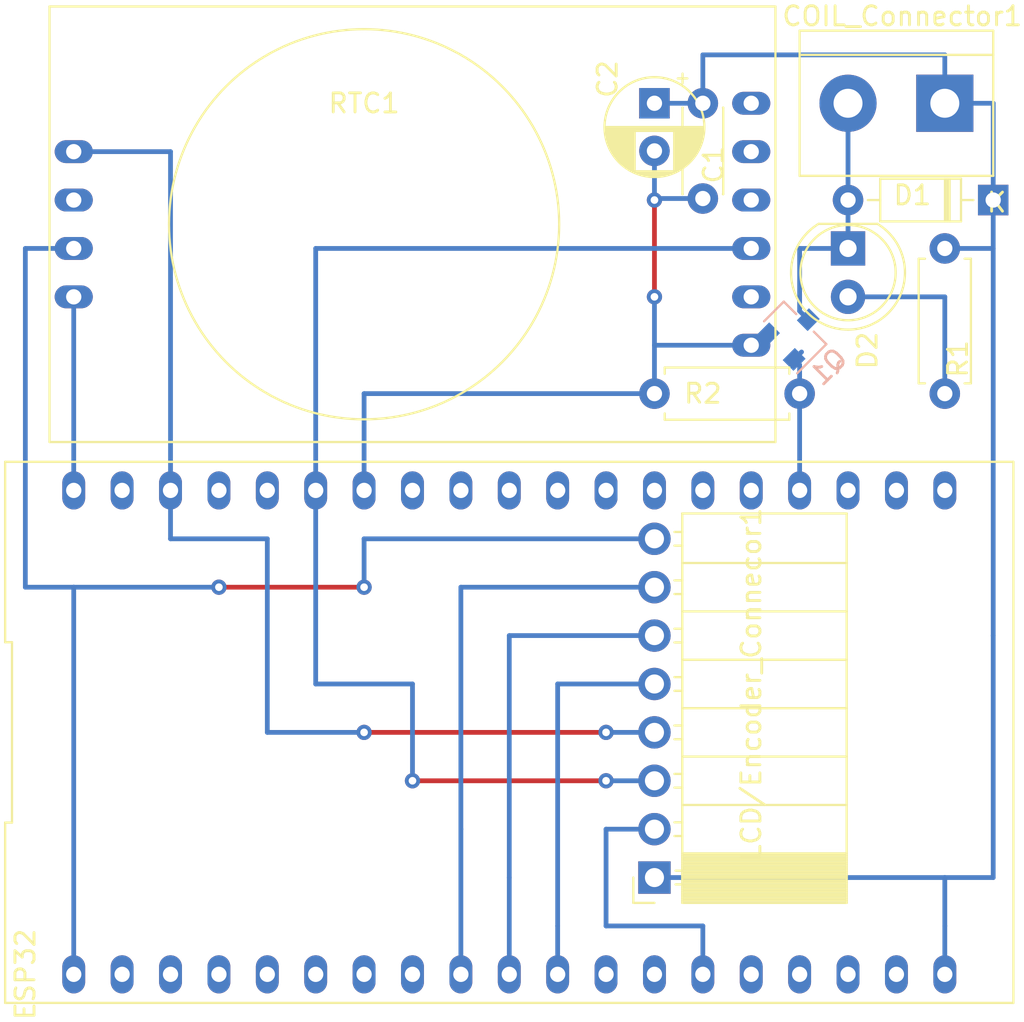
<source format=kicad_pcb>
(kicad_pcb (version 20171130) (host pcbnew "(5.1.4)-1")

  (general
    (thickness 1.6)
    (drawings 0)
    (tracks 117)
    (zones 0)
    (modules 11)
    (nets 28)
  )

  (page A4)
  (layers
    (0 F.Cu signal)
    (1 In1.Cu signal hide)
    (2 In2.Cu signal hide)
    (31 B.Cu signal)
    (32 B.Adhes user)
    (33 F.Adhes user)
    (34 B.Paste user)
    (35 F.Paste user)
    (36 B.SilkS user hide)
    (37 F.SilkS user)
    (38 B.Mask user hide)
    (39 F.Mask user hide)
    (40 Dwgs.User user)
    (41 Cmts.User user)
    (42 Eco1.User user)
    (43 Eco2.User user)
    (44 Edge.Cuts user)
    (45 Margin user hide)
    (46 B.CrtYd user)
    (47 F.CrtYd user)
    (48 B.Fab user hide)
    (49 F.Fab user hide)
  )

  (setup
    (last_trace_width 0.25)
    (trace_clearance 0.2)
    (zone_clearance 0.508)
    (zone_45_only no)
    (trace_min 0.2)
    (via_size 0.8)
    (via_drill 0.4)
    (via_min_size 0.4)
    (via_min_drill 0.3)
    (uvia_size 0.3)
    (uvia_drill 0.1)
    (uvias_allowed no)
    (uvia_min_size 0.2)
    (uvia_min_drill 0.1)
    (edge_width 0.05)
    (segment_width 0.2)
    (pcb_text_width 0.3)
    (pcb_text_size 1.5 1.5)
    (mod_edge_width 0.12)
    (mod_text_size 1 1)
    (mod_text_width 0.15)
    (pad_size 1.524 1.524)
    (pad_drill 0.762)
    (pad_to_mask_clearance 0.051)
    (solder_mask_min_width 0.25)
    (aux_axis_origin 0 0)
    (visible_elements 7FFFFFFF)
    (pcbplotparams
      (layerselection 0x010fc_ffffffff)
      (usegerberextensions false)
      (usegerberattributes false)
      (usegerberadvancedattributes false)
      (creategerberjobfile false)
      (excludeedgelayer true)
      (linewidth 0.100000)
      (plotframeref false)
      (viasonmask false)
      (mode 1)
      (useauxorigin false)
      (hpglpennumber 1)
      (hpglpenspeed 20)
      (hpglpendiameter 15.000000)
      (psnegative false)
      (psa4output false)
      (plotreference true)
      (plotvalue true)
      (plotinvisibletext false)
      (padsonsilk false)
      (subtractmaskfromsilk false)
      (outputformat 1)
      (mirror false)
      (drillshape 1)
      (scaleselection 1)
      (outputdirectory ""))
  )

  (net 0 "")
  (net 1 GND)
  (net 2 SDA)
  (net 3 SCL)
  (net 4 ENC_SW)
  (net 5 ENC_DT)
  (net 6 ENC_CLK)
  (net 7 "Net-(COIL_Connector1-Pad2)")
  (net 8 +5V)
  (net 9 "Net-(D2-Pad2)")
  (net 10 +3V3)
  (net 11 COIL)
  (net 12 "Net-(ESP32-Pad15)")
  (net 13 "Net-(ESP32-Pad24)")
  (net 14 "Net-(ESP32-Pad25)")
  (net 15 "Net-(ESP32-Pad13)")
  (net 16 "Net-(ESP32-Pad26)")
  (net 17 "Net-(ESP32-Pad12)")
  (net 18 "Net-(ESP32-Pad29)")
  (net 19 "Net-(ESP32-Pad30)")
  (net 20 "Net-(ESP32-Pad8)")
  (net 21 "Net-(ESP32-Pad31)")
  (net 22 "Net-(ESP32-Pad7)")
  (net 23 "Net-(ESP32-Pad6)")
  (net 24 "Net-(ESP32-Pad5)")
  (net 25 "Net-(ESP32-Pad37)")
  (net 26 "Net-(RTC1-Pad2)")
  (net 27 "Net-(RTC1-Pad1)")

  (net_class Default "This is the default net class."
    (clearance 0.2)
    (trace_width 0.25)
    (via_dia 0.8)
    (via_drill 0.4)
    (uvia_dia 0.3)
    (uvia_drill 0.1)
    (add_net +3V3)
    (add_net +5V)
    (add_net COIL)
    (add_net ENC_CLK)
    (add_net ENC_DT)
    (add_net ENC_SW)
    (add_net GND)
    (add_net "Net-(COIL_Connector1-Pad2)")
    (add_net "Net-(D2-Pad2)")
    (add_net "Net-(ESP32-Pad12)")
    (add_net "Net-(ESP32-Pad13)")
    (add_net "Net-(ESP32-Pad15)")
    (add_net "Net-(ESP32-Pad24)")
    (add_net "Net-(ESP32-Pad25)")
    (add_net "Net-(ESP32-Pad26)")
    (add_net "Net-(ESP32-Pad29)")
    (add_net "Net-(ESP32-Pad30)")
    (add_net "Net-(ESP32-Pad31)")
    (add_net "Net-(ESP32-Pad37)")
    (add_net "Net-(ESP32-Pad5)")
    (add_net "Net-(ESP32-Pad6)")
    (add_net "Net-(ESP32-Pad7)")
    (add_net "Net-(ESP32-Pad8)")
    (add_net "Net-(RTC1-Pad1)")
    (add_net "Net-(RTC1-Pad2)")
    (add_net SCL)
    (add_net SDA)
  )

  (module DS3231_Module_AzDelivery:DS3231_Module_AzDelivery (layer F.Cu) (tedit 5F3B7AA4) (tstamp 5F3B8070)
    (at 121.92 46.99)
    (path /5F3BA624)
    (fp_text reference RTC1 (at -2.54 -6.35) (layer F.SilkS)
      (effects (font (size 1 1) (thickness 0.15)))
    )
    (fp_text value DS3231_Module_AzDelivery (at 0 -8.89) (layer F.Fab)
      (effects (font (size 1 1) (thickness 0.15)))
    )
    (fp_circle (center -2.54 0) (end 2.54 -8.89) (layer F.SilkS) (width 0.12))
    (fp_line (start 19.05 11.43) (end 19.05 -11.43) (layer F.SilkS) (width 0.12))
    (fp_line (start -19.05 11.43) (end 19.05 11.43) (layer F.SilkS) (width 0.12))
    (fp_line (start -19.05 -11.43) (end -19.05 11.43) (layer F.SilkS) (width 0.12))
    (fp_line (start 19.05 -11.43) (end -19.05 -11.43) (layer F.SilkS) (width 0.12))
    (pad 6 thru_hole oval (at -17.78 3.81) (size 2 1.2) (drill 0.8) (layers *.Cu *.Mask)
      (net 1 GND))
    (pad 5 thru_hole oval (at -17.78 1.27) (size 2 1.2) (drill 0.8) (layers *.Cu *.Mask)
      (net 10 +3V3))
    (pad 4 thru_hole oval (at -17.78 -1.27) (size 2 1.2) (drill 0.8) (layers *.Cu *.Mask)
      (net 2 SDA))
    (pad 3 thru_hole oval (at -17.78 -3.81) (size 2 1.2) (drill 0.8) (layers *.Cu *.Mask)
      (net 3 SCL))
    (pad 6 thru_hole oval (at 17.78 6.35) (size 2 1.2) (drill 0.8) (layers *.Cu *.Mask)
      (net 1 GND))
    (pad 5 thru_hole oval (at 17.78 3.81) (size 2 1.2) (drill 0.8) (layers *.Cu *.Mask)
      (net 10 +3V3))
    (pad 4 thru_hole oval (at 17.78 1.27) (size 2 1.2) (drill 0.8) (layers *.Cu *.Mask)
      (net 2 SDA))
    (pad 3 thru_hole oval (at 17.78 -1.27) (size 2 1.2) (drill 0.8) (layers *.Cu *.Mask)
      (net 3 SCL))
    (pad 2 thru_hole oval (at 17.78 -3.81) (size 2 1.2) (drill 0.8) (layers *.Cu *.Mask)
      (net 26 "Net-(RTC1-Pad2)"))
    (pad 1 thru_hole oval (at 17.78 -6.35) (size 2 1.2) (drill 0.8) (layers *.Cu *.Mask)
      (net 27 "Net-(RTC1-Pad1)"))
  )

  (module Capacitor_THT:CP_Radial_D5.0mm_P2.50mm (layer F.Cu) (tedit 5AE50EF0) (tstamp 5F3CE72F)
    (at 134.62 40.64 270)
    (descr "CP, Radial series, Radial, pin pitch=2.50mm, , diameter=5mm, Electrolytic Capacitor")
    (tags "CP Radial series Radial pin pitch 2.50mm  diameter 5mm Electrolytic Capacitor")
    (path /5F41F4BF)
    (fp_text reference C2 (at -1.27 2.4638 90) (layer F.SilkS)
      (effects (font (size 1 1) (thickness 0.15)))
    )
    (fp_text value 100µ (at 1.25 3.75 90) (layer F.Fab)
      (effects (font (size 1 1) (thickness 0.15)))
    )
    (fp_text user %R (at 1.25 0 90) (layer F.Fab)
      (effects (font (size 1 1) (thickness 0.15)))
    )
    (fp_line (start -1.304775 -1.725) (end -1.304775 -1.225) (layer F.SilkS) (width 0.12))
    (fp_line (start -1.554775 -1.475) (end -1.054775 -1.475) (layer F.SilkS) (width 0.12))
    (fp_line (start 3.851 -0.284) (end 3.851 0.284) (layer F.SilkS) (width 0.12))
    (fp_line (start 3.811 -0.518) (end 3.811 0.518) (layer F.SilkS) (width 0.12))
    (fp_line (start 3.771 -0.677) (end 3.771 0.677) (layer F.SilkS) (width 0.12))
    (fp_line (start 3.731 -0.805) (end 3.731 0.805) (layer F.SilkS) (width 0.12))
    (fp_line (start 3.691 -0.915) (end 3.691 0.915) (layer F.SilkS) (width 0.12))
    (fp_line (start 3.651 -1.011) (end 3.651 1.011) (layer F.SilkS) (width 0.12))
    (fp_line (start 3.611 -1.098) (end 3.611 1.098) (layer F.SilkS) (width 0.12))
    (fp_line (start 3.571 -1.178) (end 3.571 1.178) (layer F.SilkS) (width 0.12))
    (fp_line (start 3.531 1.04) (end 3.531 1.251) (layer F.SilkS) (width 0.12))
    (fp_line (start 3.531 -1.251) (end 3.531 -1.04) (layer F.SilkS) (width 0.12))
    (fp_line (start 3.491 1.04) (end 3.491 1.319) (layer F.SilkS) (width 0.12))
    (fp_line (start 3.491 -1.319) (end 3.491 -1.04) (layer F.SilkS) (width 0.12))
    (fp_line (start 3.451 1.04) (end 3.451 1.383) (layer F.SilkS) (width 0.12))
    (fp_line (start 3.451 -1.383) (end 3.451 -1.04) (layer F.SilkS) (width 0.12))
    (fp_line (start 3.411 1.04) (end 3.411 1.443) (layer F.SilkS) (width 0.12))
    (fp_line (start 3.411 -1.443) (end 3.411 -1.04) (layer F.SilkS) (width 0.12))
    (fp_line (start 3.371 1.04) (end 3.371 1.5) (layer F.SilkS) (width 0.12))
    (fp_line (start 3.371 -1.5) (end 3.371 -1.04) (layer F.SilkS) (width 0.12))
    (fp_line (start 3.331 1.04) (end 3.331 1.554) (layer F.SilkS) (width 0.12))
    (fp_line (start 3.331 -1.554) (end 3.331 -1.04) (layer F.SilkS) (width 0.12))
    (fp_line (start 3.291 1.04) (end 3.291 1.605) (layer F.SilkS) (width 0.12))
    (fp_line (start 3.291 -1.605) (end 3.291 -1.04) (layer F.SilkS) (width 0.12))
    (fp_line (start 3.251 1.04) (end 3.251 1.653) (layer F.SilkS) (width 0.12))
    (fp_line (start 3.251 -1.653) (end 3.251 -1.04) (layer F.SilkS) (width 0.12))
    (fp_line (start 3.211 1.04) (end 3.211 1.699) (layer F.SilkS) (width 0.12))
    (fp_line (start 3.211 -1.699) (end 3.211 -1.04) (layer F.SilkS) (width 0.12))
    (fp_line (start 3.171 1.04) (end 3.171 1.743) (layer F.SilkS) (width 0.12))
    (fp_line (start 3.171 -1.743) (end 3.171 -1.04) (layer F.SilkS) (width 0.12))
    (fp_line (start 3.131 1.04) (end 3.131 1.785) (layer F.SilkS) (width 0.12))
    (fp_line (start 3.131 -1.785) (end 3.131 -1.04) (layer F.SilkS) (width 0.12))
    (fp_line (start 3.091 1.04) (end 3.091 1.826) (layer F.SilkS) (width 0.12))
    (fp_line (start 3.091 -1.826) (end 3.091 -1.04) (layer F.SilkS) (width 0.12))
    (fp_line (start 3.051 1.04) (end 3.051 1.864) (layer F.SilkS) (width 0.12))
    (fp_line (start 3.051 -1.864) (end 3.051 -1.04) (layer F.SilkS) (width 0.12))
    (fp_line (start 3.011 1.04) (end 3.011 1.901) (layer F.SilkS) (width 0.12))
    (fp_line (start 3.011 -1.901) (end 3.011 -1.04) (layer F.SilkS) (width 0.12))
    (fp_line (start 2.971 1.04) (end 2.971 1.937) (layer F.SilkS) (width 0.12))
    (fp_line (start 2.971 -1.937) (end 2.971 -1.04) (layer F.SilkS) (width 0.12))
    (fp_line (start 2.931 1.04) (end 2.931 1.971) (layer F.SilkS) (width 0.12))
    (fp_line (start 2.931 -1.971) (end 2.931 -1.04) (layer F.SilkS) (width 0.12))
    (fp_line (start 2.891 1.04) (end 2.891 2.004) (layer F.SilkS) (width 0.12))
    (fp_line (start 2.891 -2.004) (end 2.891 -1.04) (layer F.SilkS) (width 0.12))
    (fp_line (start 2.851 1.04) (end 2.851 2.035) (layer F.SilkS) (width 0.12))
    (fp_line (start 2.851 -2.035) (end 2.851 -1.04) (layer F.SilkS) (width 0.12))
    (fp_line (start 2.811 1.04) (end 2.811 2.065) (layer F.SilkS) (width 0.12))
    (fp_line (start 2.811 -2.065) (end 2.811 -1.04) (layer F.SilkS) (width 0.12))
    (fp_line (start 2.771 1.04) (end 2.771 2.095) (layer F.SilkS) (width 0.12))
    (fp_line (start 2.771 -2.095) (end 2.771 -1.04) (layer F.SilkS) (width 0.12))
    (fp_line (start 2.731 1.04) (end 2.731 2.122) (layer F.SilkS) (width 0.12))
    (fp_line (start 2.731 -2.122) (end 2.731 -1.04) (layer F.SilkS) (width 0.12))
    (fp_line (start 2.691 1.04) (end 2.691 2.149) (layer F.SilkS) (width 0.12))
    (fp_line (start 2.691 -2.149) (end 2.691 -1.04) (layer F.SilkS) (width 0.12))
    (fp_line (start 2.651 1.04) (end 2.651 2.175) (layer F.SilkS) (width 0.12))
    (fp_line (start 2.651 -2.175) (end 2.651 -1.04) (layer F.SilkS) (width 0.12))
    (fp_line (start 2.611 1.04) (end 2.611 2.2) (layer F.SilkS) (width 0.12))
    (fp_line (start 2.611 -2.2) (end 2.611 -1.04) (layer F.SilkS) (width 0.12))
    (fp_line (start 2.571 1.04) (end 2.571 2.224) (layer F.SilkS) (width 0.12))
    (fp_line (start 2.571 -2.224) (end 2.571 -1.04) (layer F.SilkS) (width 0.12))
    (fp_line (start 2.531 1.04) (end 2.531 2.247) (layer F.SilkS) (width 0.12))
    (fp_line (start 2.531 -2.247) (end 2.531 -1.04) (layer F.SilkS) (width 0.12))
    (fp_line (start 2.491 1.04) (end 2.491 2.268) (layer F.SilkS) (width 0.12))
    (fp_line (start 2.491 -2.268) (end 2.491 -1.04) (layer F.SilkS) (width 0.12))
    (fp_line (start 2.451 1.04) (end 2.451 2.29) (layer F.SilkS) (width 0.12))
    (fp_line (start 2.451 -2.29) (end 2.451 -1.04) (layer F.SilkS) (width 0.12))
    (fp_line (start 2.411 1.04) (end 2.411 2.31) (layer F.SilkS) (width 0.12))
    (fp_line (start 2.411 -2.31) (end 2.411 -1.04) (layer F.SilkS) (width 0.12))
    (fp_line (start 2.371 1.04) (end 2.371 2.329) (layer F.SilkS) (width 0.12))
    (fp_line (start 2.371 -2.329) (end 2.371 -1.04) (layer F.SilkS) (width 0.12))
    (fp_line (start 2.331 1.04) (end 2.331 2.348) (layer F.SilkS) (width 0.12))
    (fp_line (start 2.331 -2.348) (end 2.331 -1.04) (layer F.SilkS) (width 0.12))
    (fp_line (start 2.291 1.04) (end 2.291 2.365) (layer F.SilkS) (width 0.12))
    (fp_line (start 2.291 -2.365) (end 2.291 -1.04) (layer F.SilkS) (width 0.12))
    (fp_line (start 2.251 1.04) (end 2.251 2.382) (layer F.SilkS) (width 0.12))
    (fp_line (start 2.251 -2.382) (end 2.251 -1.04) (layer F.SilkS) (width 0.12))
    (fp_line (start 2.211 1.04) (end 2.211 2.398) (layer F.SilkS) (width 0.12))
    (fp_line (start 2.211 -2.398) (end 2.211 -1.04) (layer F.SilkS) (width 0.12))
    (fp_line (start 2.171 1.04) (end 2.171 2.414) (layer F.SilkS) (width 0.12))
    (fp_line (start 2.171 -2.414) (end 2.171 -1.04) (layer F.SilkS) (width 0.12))
    (fp_line (start 2.131 1.04) (end 2.131 2.428) (layer F.SilkS) (width 0.12))
    (fp_line (start 2.131 -2.428) (end 2.131 -1.04) (layer F.SilkS) (width 0.12))
    (fp_line (start 2.091 1.04) (end 2.091 2.442) (layer F.SilkS) (width 0.12))
    (fp_line (start 2.091 -2.442) (end 2.091 -1.04) (layer F.SilkS) (width 0.12))
    (fp_line (start 2.051 1.04) (end 2.051 2.455) (layer F.SilkS) (width 0.12))
    (fp_line (start 2.051 -2.455) (end 2.051 -1.04) (layer F.SilkS) (width 0.12))
    (fp_line (start 2.011 1.04) (end 2.011 2.468) (layer F.SilkS) (width 0.12))
    (fp_line (start 2.011 -2.468) (end 2.011 -1.04) (layer F.SilkS) (width 0.12))
    (fp_line (start 1.971 1.04) (end 1.971 2.48) (layer F.SilkS) (width 0.12))
    (fp_line (start 1.971 -2.48) (end 1.971 -1.04) (layer F.SilkS) (width 0.12))
    (fp_line (start 1.93 1.04) (end 1.93 2.491) (layer F.SilkS) (width 0.12))
    (fp_line (start 1.93 -2.491) (end 1.93 -1.04) (layer F.SilkS) (width 0.12))
    (fp_line (start 1.89 1.04) (end 1.89 2.501) (layer F.SilkS) (width 0.12))
    (fp_line (start 1.89 -2.501) (end 1.89 -1.04) (layer F.SilkS) (width 0.12))
    (fp_line (start 1.85 1.04) (end 1.85 2.511) (layer F.SilkS) (width 0.12))
    (fp_line (start 1.85 -2.511) (end 1.85 -1.04) (layer F.SilkS) (width 0.12))
    (fp_line (start 1.81 1.04) (end 1.81 2.52) (layer F.SilkS) (width 0.12))
    (fp_line (start 1.81 -2.52) (end 1.81 -1.04) (layer F.SilkS) (width 0.12))
    (fp_line (start 1.77 1.04) (end 1.77 2.528) (layer F.SilkS) (width 0.12))
    (fp_line (start 1.77 -2.528) (end 1.77 -1.04) (layer F.SilkS) (width 0.12))
    (fp_line (start 1.73 1.04) (end 1.73 2.536) (layer F.SilkS) (width 0.12))
    (fp_line (start 1.73 -2.536) (end 1.73 -1.04) (layer F.SilkS) (width 0.12))
    (fp_line (start 1.69 1.04) (end 1.69 2.543) (layer F.SilkS) (width 0.12))
    (fp_line (start 1.69 -2.543) (end 1.69 -1.04) (layer F.SilkS) (width 0.12))
    (fp_line (start 1.65 1.04) (end 1.65 2.55) (layer F.SilkS) (width 0.12))
    (fp_line (start 1.65 -2.55) (end 1.65 -1.04) (layer F.SilkS) (width 0.12))
    (fp_line (start 1.61 1.04) (end 1.61 2.556) (layer F.SilkS) (width 0.12))
    (fp_line (start 1.61 -2.556) (end 1.61 -1.04) (layer F.SilkS) (width 0.12))
    (fp_line (start 1.57 1.04) (end 1.57 2.561) (layer F.SilkS) (width 0.12))
    (fp_line (start 1.57 -2.561) (end 1.57 -1.04) (layer F.SilkS) (width 0.12))
    (fp_line (start 1.53 1.04) (end 1.53 2.565) (layer F.SilkS) (width 0.12))
    (fp_line (start 1.53 -2.565) (end 1.53 -1.04) (layer F.SilkS) (width 0.12))
    (fp_line (start 1.49 1.04) (end 1.49 2.569) (layer F.SilkS) (width 0.12))
    (fp_line (start 1.49 -2.569) (end 1.49 -1.04) (layer F.SilkS) (width 0.12))
    (fp_line (start 1.45 -2.573) (end 1.45 2.573) (layer F.SilkS) (width 0.12))
    (fp_line (start 1.41 -2.576) (end 1.41 2.576) (layer F.SilkS) (width 0.12))
    (fp_line (start 1.37 -2.578) (end 1.37 2.578) (layer F.SilkS) (width 0.12))
    (fp_line (start 1.33 -2.579) (end 1.33 2.579) (layer F.SilkS) (width 0.12))
    (fp_line (start 1.29 -2.58) (end 1.29 2.58) (layer F.SilkS) (width 0.12))
    (fp_line (start 1.25 -2.58) (end 1.25 2.58) (layer F.SilkS) (width 0.12))
    (fp_line (start -0.633605 -1.3375) (end -0.633605 -0.8375) (layer F.Fab) (width 0.1))
    (fp_line (start -0.883605 -1.0875) (end -0.383605 -1.0875) (layer F.Fab) (width 0.1))
    (fp_circle (center 1.25 0) (end 4 0) (layer F.CrtYd) (width 0.05))
    (fp_circle (center 1.25 0) (end 3.87 0) (layer F.SilkS) (width 0.12))
    (fp_circle (center 1.25 0) (end 3.75 0) (layer F.Fab) (width 0.1))
    (pad 2 thru_hole circle (at 2.5 0 270) (size 1.6 1.6) (drill 0.8) (layers *.Cu *.Mask)
      (net 1 GND))
    (pad 1 thru_hole rect (at 0 0 270) (size 1.6 1.6) (drill 0.8) (layers *.Cu *.Mask)
      (net 8 +5V))
    (model ${KISYS3DMOD}/Capacitor_THT.3dshapes/CP_Radial_D5.0mm_P2.50mm.wrl
      (at (xyz 0 0 0))
      (scale (xyz 1 1 1))
      (rotate (xyz 0 0 0))
    )
  )

  (module Capacitor_THT:C_Disc_D4.3mm_W1.9mm_P5.00mm (layer F.Cu) (tedit 5AE50EF0) (tstamp 5F3CE6AB)
    (at 137.16 40.64 270)
    (descr "C, Disc series, Radial, pin pitch=5.00mm, , diameter*width=4.3*1.9mm^2, Capacitor, http://www.vishay.com/docs/45233/krseries.pdf")
    (tags "C Disc series Radial pin pitch 5.00mm  diameter 4.3mm width 1.9mm Capacitor")
    (path /5F41EBD1)
    (fp_text reference C1 (at 3.2258 -0.5588 90) (layer F.SilkS)
      (effects (font (size 1 1) (thickness 0.15)))
    )
    (fp_text value 100n (at 2.5 2.2 90) (layer F.Fab)
      (effects (font (size 1 1) (thickness 0.15)))
    )
    (fp_text user %R (at 2.5 0 90) (layer F.Fab)
      (effects (font (size 0.86 0.86) (thickness 0.129)))
    )
    (fp_line (start 6.05 -1.2) (end -1.05 -1.2) (layer F.CrtYd) (width 0.05))
    (fp_line (start 6.05 1.2) (end 6.05 -1.2) (layer F.CrtYd) (width 0.05))
    (fp_line (start -1.05 1.2) (end 6.05 1.2) (layer F.CrtYd) (width 0.05))
    (fp_line (start -1.05 -1.2) (end -1.05 1.2) (layer F.CrtYd) (width 0.05))
    (fp_line (start 4.77 1.055) (end 4.77 1.07) (layer F.SilkS) (width 0.12))
    (fp_line (start 4.77 -1.07) (end 4.77 -1.055) (layer F.SilkS) (width 0.12))
    (fp_line (start 0.23 1.055) (end 0.23 1.07) (layer F.SilkS) (width 0.12))
    (fp_line (start 0.23 -1.07) (end 0.23 -1.055) (layer F.SilkS) (width 0.12))
    (fp_line (start 0.23 1.07) (end 4.77 1.07) (layer F.SilkS) (width 0.12))
    (fp_line (start 0.23 -1.07) (end 4.77 -1.07) (layer F.SilkS) (width 0.12))
    (fp_line (start 4.65 -0.95) (end 0.35 -0.95) (layer F.Fab) (width 0.1))
    (fp_line (start 4.65 0.95) (end 4.65 -0.95) (layer F.Fab) (width 0.1))
    (fp_line (start 0.35 0.95) (end 4.65 0.95) (layer F.Fab) (width 0.1))
    (fp_line (start 0.35 -0.95) (end 0.35 0.95) (layer F.Fab) (width 0.1))
    (pad 2 thru_hole circle (at 5 0 270) (size 1.6 1.6) (drill 0.8) (layers *.Cu *.Mask)
      (net 1 GND))
    (pad 1 thru_hole circle (at 0 0 270) (size 1.6 1.6) (drill 0.8) (layers *.Cu *.Mask)
      (net 8 +5V))
    (model ${KISYS3DMOD}/Capacitor_THT.3dshapes/C_Disc_D4.3mm_W1.9mm_P5.00mm.wrl
      (at (xyz 0 0 0))
      (scale (xyz 1 1 1))
      (rotate (xyz 0 0 0))
    )
  )

  (module Resistor_THT:R_Axial_DIN0207_L6.3mm_D2.5mm_P7.62mm_Horizontal (layer F.Cu) (tedit 5AE5139B) (tstamp 5F3C09E3)
    (at 134.62 55.88)
    (descr "Resistor, Axial_DIN0207 series, Axial, Horizontal, pin pitch=7.62mm, 0.25W = 1/4W, length*diameter=6.3*2.5mm^2, http://cdn-reichelt.de/documents/datenblatt/B400/1_4W%23YAG.pdf")
    (tags "Resistor Axial_DIN0207 series Axial Horizontal pin pitch 7.62mm 0.25W = 1/4W length 6.3mm diameter 2.5mm")
    (path /5F3C6BC7)
    (fp_text reference R2 (at 2.54 0) (layer F.SilkS)
      (effects (font (size 1 1) (thickness 0.15)))
    )
    (fp_text value 1k (at 3.81 2.37) (layer F.Fab)
      (effects (font (size 1 1) (thickness 0.15)))
    )
    (fp_text user %R (at 3.81 0) (layer F.Fab)
      (effects (font (size 1 1) (thickness 0.15)))
    )
    (fp_line (start 8.67 -1.5) (end -1.05 -1.5) (layer F.CrtYd) (width 0.05))
    (fp_line (start 8.67 1.5) (end 8.67 -1.5) (layer F.CrtYd) (width 0.05))
    (fp_line (start -1.05 1.5) (end 8.67 1.5) (layer F.CrtYd) (width 0.05))
    (fp_line (start -1.05 -1.5) (end -1.05 1.5) (layer F.CrtYd) (width 0.05))
    (fp_line (start 7.08 1.37) (end 7.08 1.04) (layer F.SilkS) (width 0.12))
    (fp_line (start 0.54 1.37) (end 7.08 1.37) (layer F.SilkS) (width 0.12))
    (fp_line (start 0.54 1.04) (end 0.54 1.37) (layer F.SilkS) (width 0.12))
    (fp_line (start 7.08 -1.37) (end 7.08 -1.04) (layer F.SilkS) (width 0.12))
    (fp_line (start 0.54 -1.37) (end 7.08 -1.37) (layer F.SilkS) (width 0.12))
    (fp_line (start 0.54 -1.04) (end 0.54 -1.37) (layer F.SilkS) (width 0.12))
    (fp_line (start 7.62 0) (end 6.96 0) (layer F.Fab) (width 0.1))
    (fp_line (start 0 0) (end 0.66 0) (layer F.Fab) (width 0.1))
    (fp_line (start 6.96 -1.25) (end 0.66 -1.25) (layer F.Fab) (width 0.1))
    (fp_line (start 6.96 1.25) (end 6.96 -1.25) (layer F.Fab) (width 0.1))
    (fp_line (start 0.66 1.25) (end 6.96 1.25) (layer F.Fab) (width 0.1))
    (fp_line (start 0.66 -1.25) (end 0.66 1.25) (layer F.Fab) (width 0.1))
    (pad 2 thru_hole oval (at 7.62 0) (size 1.6 1.6) (drill 0.8) (layers *.Cu *.Mask)
      (net 11 COIL))
    (pad 1 thru_hole circle (at 0 0) (size 1.6 1.6) (drill 0.8) (layers *.Cu *.Mask)
      (net 1 GND))
    (model ${KISYS3DMOD}/Resistor_THT.3dshapes/R_Axial_DIN0207_L6.3mm_D2.5mm_P7.62mm_Horizontal.wrl
      (at (xyz 0 0 0))
      (scale (xyz 1 1 1))
      (rotate (xyz 0 0 0))
    )
  )

  (module Resistor_THT:R_Axial_DIN0207_L6.3mm_D2.5mm_P7.62mm_Horizontal (layer F.Cu) (tedit 5AE5139B) (tstamp 5F3CEFD2)
    (at 149.86 55.88 90)
    (descr "Resistor, Axial_DIN0207 series, Axial, Horizontal, pin pitch=7.62mm, 0.25W = 1/4W, length*diameter=6.3*2.5mm^2, http://cdn-reichelt.de/documents/datenblatt/B400/1_4W%23YAG.pdf")
    (tags "Resistor Axial_DIN0207 series Axial Horizontal pin pitch 7.62mm 0.25W = 1/4W length 6.3mm diameter 2.5mm")
    (path /5F3C64B7)
    (fp_text reference R1 (at 1.8288 0.6858 90) (layer F.SilkS)
      (effects (font (size 1 1) (thickness 0.15)))
    )
    (fp_text value 470 (at 3.81 2.37 90) (layer F.Fab)
      (effects (font (size 1 1) (thickness 0.15)))
    )
    (fp_text user %R (at 3.81 0 90) (layer F.Fab)
      (effects (font (size 1 1) (thickness 0.15)))
    )
    (fp_line (start 8.67 -1.5) (end -1.05 -1.5) (layer F.CrtYd) (width 0.05))
    (fp_line (start 8.67 1.5) (end 8.67 -1.5) (layer F.CrtYd) (width 0.05))
    (fp_line (start -1.05 1.5) (end 8.67 1.5) (layer F.CrtYd) (width 0.05))
    (fp_line (start -1.05 -1.5) (end -1.05 1.5) (layer F.CrtYd) (width 0.05))
    (fp_line (start 7.08 1.37) (end 7.08 1.04) (layer F.SilkS) (width 0.12))
    (fp_line (start 0.54 1.37) (end 7.08 1.37) (layer F.SilkS) (width 0.12))
    (fp_line (start 0.54 1.04) (end 0.54 1.37) (layer F.SilkS) (width 0.12))
    (fp_line (start 7.08 -1.37) (end 7.08 -1.04) (layer F.SilkS) (width 0.12))
    (fp_line (start 0.54 -1.37) (end 7.08 -1.37) (layer F.SilkS) (width 0.12))
    (fp_line (start 0.54 -1.04) (end 0.54 -1.37) (layer F.SilkS) (width 0.12))
    (fp_line (start 7.62 0) (end 6.96 0) (layer F.Fab) (width 0.1))
    (fp_line (start 0 0) (end 0.66 0) (layer F.Fab) (width 0.1))
    (fp_line (start 6.96 -1.25) (end 0.66 -1.25) (layer F.Fab) (width 0.1))
    (fp_line (start 6.96 1.25) (end 6.96 -1.25) (layer F.Fab) (width 0.1))
    (fp_line (start 0.66 1.25) (end 6.96 1.25) (layer F.Fab) (width 0.1))
    (fp_line (start 0.66 -1.25) (end 0.66 1.25) (layer F.Fab) (width 0.1))
    (pad 2 thru_hole oval (at 7.62 0 90) (size 1.6 1.6) (drill 0.8) (layers *.Cu *.Mask)
      (net 8 +5V))
    (pad 1 thru_hole circle (at 0 0 90) (size 1.6 1.6) (drill 0.8) (layers *.Cu *.Mask)
      (net 9 "Net-(D2-Pad2)"))
    (model ${KISYS3DMOD}/Resistor_THT.3dshapes/R_Axial_DIN0207_L6.3mm_D2.5mm_P7.62mm_Horizontal.wrl
      (at (xyz 0 0 0))
      (scale (xyz 1 1 1))
      (rotate (xyz 0 0 0))
    )
  )

  (module Package_TO_SOT_SMD:SOT-23 (layer B.Cu) (tedit 5A02FF57) (tstamp 5F3C04A1)
    (at 141.986 52.705 45)
    (descr "SOT-23, Standard")
    (tags SOT-23)
    (path /5F3C707A)
    (attr smd)
    (fp_text reference Q1 (at 0 2.5 45) (layer B.SilkS)
      (effects (font (size 1 1) (thickness 0.15)) (justify mirror))
    )
    (fp_text value IRLML6244 (at 0 -2.5 45) (layer B.Fab)
      (effects (font (size 1 1) (thickness 0.15)) (justify mirror))
    )
    (fp_line (start 0.76 -1.58) (end -0.7 -1.58) (layer B.SilkS) (width 0.12))
    (fp_line (start 0.76 1.58) (end -1.4 1.58) (layer B.SilkS) (width 0.12))
    (fp_line (start -1.7 -1.75) (end -1.7 1.75) (layer B.CrtYd) (width 0.05))
    (fp_line (start 1.7 -1.75) (end -1.7 -1.75) (layer B.CrtYd) (width 0.05))
    (fp_line (start 1.7 1.75) (end 1.7 -1.75) (layer B.CrtYd) (width 0.05))
    (fp_line (start -1.7 1.75) (end 1.7 1.75) (layer B.CrtYd) (width 0.05))
    (fp_line (start 0.76 1.58) (end 0.76 0.65) (layer B.SilkS) (width 0.12))
    (fp_line (start 0.76 -1.58) (end 0.76 -0.65) (layer B.SilkS) (width 0.12))
    (fp_line (start -0.7 -1.52) (end 0.7 -1.52) (layer B.Fab) (width 0.1))
    (fp_line (start 0.7 1.52) (end 0.7 -1.52) (layer B.Fab) (width 0.1))
    (fp_line (start -0.7 0.95) (end -0.15 1.52) (layer B.Fab) (width 0.1))
    (fp_line (start -0.15 1.52) (end 0.7 1.52) (layer B.Fab) (width 0.1))
    (fp_line (start -0.7 0.95) (end -0.7 -1.5) (layer B.Fab) (width 0.1))
    (fp_text user %R (at 0 0 315) (layer B.Fab)
      (effects (font (size 0.5 0.5) (thickness 0.075)) (justify mirror))
    )
    (pad 3 smd rect (at 1 0 45) (size 0.9 0.8) (layers B.Cu B.Paste B.Mask)
      (net 7 "Net-(COIL_Connector1-Pad2)"))
    (pad 2 smd rect (at -1 -0.95 45) (size 0.9 0.8) (layers B.Cu B.Paste B.Mask)
      (net 1 GND))
    (pad 1 smd rect (at -1 0.95 45) (size 0.9 0.8) (layers B.Cu B.Paste B.Mask)
      (net 11 COIL))
    (model ${KISYS3DMOD}/Package_TO_SOT_SMD.3dshapes/SOT-23.wrl
      (at (xyz 0 0 0))
      (scale (xyz 1 1 1))
      (rotate (xyz 0 0 0))
    )
  )

  (module LED_THT:LED_D5.0mm (layer F.Cu) (tedit 5995936A) (tstamp 5F3C0B4B)
    (at 144.78 48.26 270)
    (descr "LED, diameter 5.0mm, 2 pins, http://cdn-reichelt.de/documents/datenblatt/A500/LL-504BC2E-009.pdf")
    (tags "LED diameter 5.0mm 2 pins")
    (path /5F3C5EFC)
    (fp_text reference D2 (at 5.3594 -1.016 90) (layer F.SilkS)
      (effects (font (size 1 1) (thickness 0.15)))
    )
    (fp_text value LED (at 1.27 3.96 90) (layer F.Fab)
      (effects (font (size 1 1) (thickness 0.15)))
    )
    (fp_text user %R (at 1.25 0 90) (layer F.Fab)
      (effects (font (size 0.8 0.8) (thickness 0.2)))
    )
    (fp_line (start 4.5 -3.25) (end -1.95 -3.25) (layer F.CrtYd) (width 0.05))
    (fp_line (start 4.5 3.25) (end 4.5 -3.25) (layer F.CrtYd) (width 0.05))
    (fp_line (start -1.95 3.25) (end 4.5 3.25) (layer F.CrtYd) (width 0.05))
    (fp_line (start -1.95 -3.25) (end -1.95 3.25) (layer F.CrtYd) (width 0.05))
    (fp_line (start -1.29 -1.545) (end -1.29 1.545) (layer F.SilkS) (width 0.12))
    (fp_line (start -1.23 -1.469694) (end -1.23 1.469694) (layer F.Fab) (width 0.1))
    (fp_circle (center 1.27 0) (end 3.77 0) (layer F.SilkS) (width 0.12))
    (fp_circle (center 1.27 0) (end 3.77 0) (layer F.Fab) (width 0.1))
    (fp_arc (start 1.27 0) (end -1.29 1.54483) (angle -148.9) (layer F.SilkS) (width 0.12))
    (fp_arc (start 1.27 0) (end -1.29 -1.54483) (angle 148.9) (layer F.SilkS) (width 0.12))
    (fp_arc (start 1.27 0) (end -1.23 -1.469694) (angle 299.1) (layer F.Fab) (width 0.1))
    (pad 2 thru_hole circle (at 2.54 0 270) (size 1.8 1.8) (drill 0.9) (layers *.Cu *.Mask)
      (net 9 "Net-(D2-Pad2)"))
    (pad 1 thru_hole rect (at 0 0 270) (size 1.8 1.8) (drill 0.9) (layers *.Cu *.Mask)
      (net 7 "Net-(COIL_Connector1-Pad2)"))
    (model ${KISYS3DMOD}/LED_THT.3dshapes/LED_D5.0mm.wrl
      (at (xyz 0 0 0))
      (scale (xyz 1 1 1))
      (rotate (xyz 0 0 0))
    )
  )

  (module Diode_THT:D_DO-35_SOD27_P7.62mm_Horizontal (layer F.Cu) (tedit 5AE50CD5) (tstamp 5F3C0A4C)
    (at 152.4 45.72 180)
    (descr "Diode, DO-35_SOD27 series, Axial, Horizontal, pin pitch=7.62mm, , length*diameter=4*2mm^2, , http://www.diodes.com/_files/packages/DO-35.pdf")
    (tags "Diode DO-35_SOD27 series Axial Horizontal pin pitch 7.62mm  length 4mm diameter 2mm")
    (path /5F3C9BB3)
    (fp_text reference D1 (at 4.2418 0.254) (layer F.SilkS)
      (effects (font (size 1 1) (thickness 0.15)))
    )
    (fp_text value 1N4148 (at 3.81 2.12) (layer F.Fab)
      (effects (font (size 1 1) (thickness 0.15)))
    )
    (fp_text user K (at -0.1778 -0.127) (layer F.SilkS)
      (effects (font (size 1 1) (thickness 0.15)))
    )
    (fp_text user K (at 0 -1.8) (layer F.Fab)
      (effects (font (size 1 1) (thickness 0.15)))
    )
    (fp_text user %R (at 4.11 0) (layer F.Fab)
      (effects (font (size 0.8 0.8) (thickness 0.12)))
    )
    (fp_line (start 8.67 -1.25) (end -1.05 -1.25) (layer F.CrtYd) (width 0.05))
    (fp_line (start 8.67 1.25) (end 8.67 -1.25) (layer F.CrtYd) (width 0.05))
    (fp_line (start -1.05 1.25) (end 8.67 1.25) (layer F.CrtYd) (width 0.05))
    (fp_line (start -1.05 -1.25) (end -1.05 1.25) (layer F.CrtYd) (width 0.05))
    (fp_line (start 2.29 -1.12) (end 2.29 1.12) (layer F.SilkS) (width 0.12))
    (fp_line (start 2.53 -1.12) (end 2.53 1.12) (layer F.SilkS) (width 0.12))
    (fp_line (start 2.41 -1.12) (end 2.41 1.12) (layer F.SilkS) (width 0.12))
    (fp_line (start 6.58 0) (end 5.93 0) (layer F.SilkS) (width 0.12))
    (fp_line (start 1.04 0) (end 1.69 0) (layer F.SilkS) (width 0.12))
    (fp_line (start 5.93 -1.12) (end 1.69 -1.12) (layer F.SilkS) (width 0.12))
    (fp_line (start 5.93 1.12) (end 5.93 -1.12) (layer F.SilkS) (width 0.12))
    (fp_line (start 1.69 1.12) (end 5.93 1.12) (layer F.SilkS) (width 0.12))
    (fp_line (start 1.69 -1.12) (end 1.69 1.12) (layer F.SilkS) (width 0.12))
    (fp_line (start 2.31 -1) (end 2.31 1) (layer F.Fab) (width 0.1))
    (fp_line (start 2.51 -1) (end 2.51 1) (layer F.Fab) (width 0.1))
    (fp_line (start 2.41 -1) (end 2.41 1) (layer F.Fab) (width 0.1))
    (fp_line (start 7.62 0) (end 5.81 0) (layer F.Fab) (width 0.1))
    (fp_line (start 0 0) (end 1.81 0) (layer F.Fab) (width 0.1))
    (fp_line (start 5.81 -1) (end 1.81 -1) (layer F.Fab) (width 0.1))
    (fp_line (start 5.81 1) (end 5.81 -1) (layer F.Fab) (width 0.1))
    (fp_line (start 1.81 1) (end 5.81 1) (layer F.Fab) (width 0.1))
    (fp_line (start 1.81 -1) (end 1.81 1) (layer F.Fab) (width 0.1))
    (pad 2 thru_hole oval (at 7.62 0 180) (size 1.6 1.6) (drill 0.8) (layers *.Cu *.Mask)
      (net 7 "Net-(COIL_Connector1-Pad2)"))
    (pad 1 thru_hole rect (at 0 0 180) (size 1.6 1.6) (drill 0.8) (layers *.Cu *.Mask)
      (net 8 +5V))
    (model ${KISYS3DMOD}/Diode_THT.3dshapes/D_DO-35_SOD27_P7.62mm_Horizontal.wrl
      (at (xyz 0 0 0))
      (scale (xyz 1 1 1))
      (rotate (xyz 0 0 0))
    )
  )

  (module TerminalBlock:TerminalBlock_bornier-2_P5.08mm (layer F.Cu) (tedit 59FF03AB) (tstamp 5F3C08FA)
    (at 149.86 40.64 180)
    (descr "simple 2-pin terminal block, pitch 5.08mm, revamped version of bornier2")
    (tags "terminal block bornier2")
    (path /5F3C509F)
    (fp_text reference COIL_Connector1 (at 2.2352 4.572) (layer F.SilkS)
      (effects (font (size 1 1) (thickness 0.15)))
    )
    (fp_text value Screw_Terminal_01x02 (at 2.54 5.08) (layer F.Fab)
      (effects (font (size 1 1) (thickness 0.15)))
    )
    (fp_line (start 7.79 4) (end -2.71 4) (layer F.CrtYd) (width 0.05))
    (fp_line (start 7.79 4) (end 7.79 -4) (layer F.CrtYd) (width 0.05))
    (fp_line (start -2.71 -4) (end -2.71 4) (layer F.CrtYd) (width 0.05))
    (fp_line (start -2.71 -4) (end 7.79 -4) (layer F.CrtYd) (width 0.05))
    (fp_line (start -2.54 3.81) (end 7.62 3.81) (layer F.SilkS) (width 0.12))
    (fp_line (start -2.54 -3.81) (end -2.54 3.81) (layer F.SilkS) (width 0.12))
    (fp_line (start 7.62 -3.81) (end -2.54 -3.81) (layer F.SilkS) (width 0.12))
    (fp_line (start 7.62 3.81) (end 7.62 -3.81) (layer F.SilkS) (width 0.12))
    (fp_line (start 7.62 2.54) (end -2.54 2.54) (layer F.SilkS) (width 0.12))
    (fp_line (start 7.54 -3.75) (end -2.46 -3.75) (layer F.Fab) (width 0.1))
    (fp_line (start 7.54 3.75) (end 7.54 -3.75) (layer F.Fab) (width 0.1))
    (fp_line (start -2.46 3.75) (end 7.54 3.75) (layer F.Fab) (width 0.1))
    (fp_line (start -2.46 -3.75) (end -2.46 3.75) (layer F.Fab) (width 0.1))
    (fp_line (start -2.41 2.55) (end 7.49 2.55) (layer F.Fab) (width 0.1))
    (fp_text user %R (at 2.54 0) (layer F.Fab)
      (effects (font (size 1 1) (thickness 0.15)))
    )
    (pad 2 thru_hole circle (at 5.08 0 180) (size 3 3) (drill 1.52) (layers *.Cu *.Mask)
      (net 7 "Net-(COIL_Connector1-Pad2)"))
    (pad 1 thru_hole rect (at 0 0 180) (size 3 3) (drill 1.52) (layers *.Cu *.Mask)
      (net 8 +5V))
    (model ${KISYS3DMOD}/TerminalBlock.3dshapes/TerminalBlock_bornier-2_P5.08mm.wrl
      (offset (xyz 2.539999961853027 0 0))
      (scale (xyz 1 1 1))
      (rotate (xyz 0 0 0))
    )
  )

  (module ESP32_NodeMCU_Module_AzDelivery:ESP32_NodeMCU_Module_AzDelivery (layer F.Cu) (tedit 5F3AB476) (tstamp 5F3B8212)
    (at 127 73.66)
    (path /5F3B9785)
    (fp_text reference ESP32 (at -25.4 12.7 90) (layer F.SilkS)
      (effects (font (size 1 1) (thickness 0.15)))
    )
    (fp_text value ESP32_NodeMCU_Module_AzDelivery (at -11.43 0) (layer F.Fab)
      (effects (font (size 1 1) (thickness 0.15)))
    )
    (fp_line (start -22.86 7.62) (end -25.4 7.62) (layer Dwgs.User) (width 0.12))
    (fp_line (start -22.86 5.08) (end -22.86 7.62) (layer Dwgs.User) (width 0.12))
    (fp_line (start -25.4 5.08) (end -22.86 5.08) (layer Dwgs.User) (width 0.12))
    (fp_line (start -25.4 2.54) (end -25.4 5.08) (layer Dwgs.User) (width 0.12))
    (fp_line (start -22.86 2.54) (end -25.4 2.54) (layer Dwgs.User) (width 0.12))
    (fp_line (start -22.86 0) (end -22.86 2.54) (layer Dwgs.User) (width 0.12))
    (fp_line (start -25.4 0) (end -22.86 0) (layer Dwgs.User) (width 0.12))
    (fp_line (start -25.4 -2.54) (end -25.4 0) (layer Dwgs.User) (width 0.12))
    (fp_line (start -22.86 -2.54) (end -25.4 -2.54) (layer Dwgs.User) (width 0.12))
    (fp_line (start -22.86 -5.08) (end -22.86 -2.54) (layer Dwgs.User) (width 0.12))
    (fp_line (start -25.4 -5.08) (end -22.86 -5.08) (layer Dwgs.User) (width 0.12))
    (fp_line (start -25.4 -7.62) (end -25.4 -5.08) (layer Dwgs.User) (width 0.12))
    (fp_line (start -22.86 -7.62) (end -25.4 -7.62) (layer Dwgs.User) (width 0.12))
    (fp_line (start -21.59 -10.16) (end -21.59 10.16) (layer Dwgs.User) (width 0.12))
    (fp_line (start -26.67 10.16) (end -2.54 10.16) (layer Dwgs.User) (width 0.12))
    (fp_line (start -26.67 -10.16) (end -26.67 10.16) (layer Dwgs.User) (width 0.12))
    (fp_line (start -2.54 -10.16) (end -26.67 -10.16) (layer Dwgs.User) (width 0.12))
    (fp_line (start -2.54 10.16) (end -2.54 -10.16) (layer Dwgs.User) (width 0.12))
    (fp_text user USB (at 21.59 0) (layer Dwgs.User)
      (effects (font (size 1 1) (thickness 0.15)))
    )
    (fp_line (start 17.78 3.81) (end 17.78 -3.81) (layer Dwgs.User) (width 0.12))
    (fp_line (start 25.4 3.81) (end 17.78 3.81) (layer Dwgs.User) (width 0.12))
    (fp_line (start 25.4 -3.81) (end 25.4 3.81) (layer Dwgs.User) (width 0.12))
    (fp_line (start 17.78 -3.81) (end 25.4 -3.81) (layer Dwgs.User) (width 0.12))
    (fp_line (start -23.71 13.95) (end -23.71 -13.95) (layer F.CrtYd) (width 0.05))
    (fp_line (start 23.71 13.95) (end -23.71 13.95) (layer F.CrtYd) (width 0.05))
    (fp_line (start 23.71 -13.95) (end 23.71 13.95) (layer F.CrtYd) (width 0.05))
    (fp_line (start -23.71 -13.95) (end 23.71 -13.95) (layer F.CrtYd) (width 0.05))
    (fp_line (start -26.46 4.733333) (end -26.46 14.199999) (layer F.SilkS) (width 0.12))
    (fp_line (start -26.1 4.733333) (end -26.46 4.733333) (layer F.SilkS) (width 0.12))
    (fp_line (start -26.1 -4.733333) (end -26.1 4.733333) (layer F.SilkS) (width 0.12))
    (fp_line (start -26.46 -4.733333) (end -26.1 -4.733333) (layer F.SilkS) (width 0.12))
    (fp_line (start -26.46 -14.2) (end -26.46 -4.733333) (layer F.SilkS) (width 0.12))
    (fp_line (start 26.46 -14.199999) (end -26.46 -14.2) (layer F.SilkS) (width 0.12))
    (fp_line (start 26.46 14.2) (end 26.46 -14.199999) (layer F.SilkS) (width 0.12))
    (fp_line (start -26.46 14.199999) (end 26.46 14.2) (layer F.SilkS) (width 0.12))
    (pad 19 thru_hole oval (at 22.86 12.7) (size 1.2 2) (drill 0.8) (layers *.Cu *.Mask)
      (net 8 +5V))
    (pad 20 thru_hole oval (at 22.86 -12.7) (size 1.2 2) (drill 0.8) (layers *.Cu *.Mask))
    (pad 18 thru_hole oval (at 20.32 12.7) (size 1.2 2) (drill 0.8) (layers *.Cu *.Mask))
    (pad 21 thru_hole oval (at 20.32 -12.7) (size 1.2 2) (drill 0.8) (layers *.Cu *.Mask))
    (pad 17 thru_hole oval (at 17.78 12.7) (size 1.2 2) (drill 0.8) (layers *.Cu *.Mask))
    (pad 22 thru_hole oval (at 17.78 -12.7) (size 1.2 2) (drill 0.8) (layers *.Cu *.Mask))
    (pad 16 thru_hole oval (at 15.24 12.7) (size 1.2 2) (drill 0.8) (layers *.Cu *.Mask))
    (pad 23 thru_hole oval (at 15.24 -12.7) (size 1.2 2) (drill 0.8) (layers *.Cu *.Mask)
      (net 11 COIL))
    (pad 15 thru_hole oval (at 12.7 12.7) (size 1.2 2) (drill 0.8) (layers *.Cu *.Mask)
      (net 12 "Net-(ESP32-Pad15)"))
    (pad 24 thru_hole oval (at 12.7 -12.7) (size 1.2 2) (drill 0.8) (layers *.Cu *.Mask)
      (net 13 "Net-(ESP32-Pad24)"))
    (pad GND thru_hole oval (at 10.16 12.7) (size 1.2 2) (drill 0.8) (layers *.Cu *.Mask)
      (net 1 GND))
    (pad 25 thru_hole oval (at 10.16 -12.7) (size 1.2 2) (drill 0.8) (layers *.Cu *.Mask)
      (net 14 "Net-(ESP32-Pad25)"))
    (pad 13 thru_hole oval (at 7.62 12.7) (size 1.2 2) (drill 0.8) (layers *.Cu *.Mask)
      (net 15 "Net-(ESP32-Pad13)"))
    (pad 26 thru_hole oval (at 7.62 -12.7) (size 1.2 2) (drill 0.8) (layers *.Cu *.Mask)
      (net 16 "Net-(ESP32-Pad26)"))
    (pad 12 thru_hole oval (at 5.08 12.7) (size 1.2 2) (drill 0.8) (layers *.Cu *.Mask)
      (net 17 "Net-(ESP32-Pad12)"))
    (pad 27 thru_hole oval (at 5.08 -12.7) (size 1.2 2) (drill 0.8) (layers *.Cu *.Mask))
    (pad 11 thru_hole oval (at 2.54 12.7) (size 1.2 2) (drill 0.8) (layers *.Cu *.Mask)
      (net 6 ENC_CLK))
    (pad 28 thru_hole oval (at 2.54 -12.7) (size 1.2 2) (drill 0.8) (layers *.Cu *.Mask))
    (pad 10 thru_hole oval (at 0 12.7) (size 1.2 2) (drill 0.8) (layers *.Cu *.Mask)
      (net 5 ENC_DT))
    (pad 29 thru_hole oval (at 0 -12.7) (size 1.2 2) (drill 0.8) (layers *.Cu *.Mask)
      (net 18 "Net-(ESP32-Pad29)"))
    (pad 9 thru_hole oval (at -2.54 12.7) (size 1.2 2) (drill 0.8) (layers *.Cu *.Mask)
      (net 4 ENC_SW))
    (pad 30 thru_hole oval (at -2.54 -12.7) (size 1.2 2) (drill 0.8) (layers *.Cu *.Mask)
      (net 19 "Net-(ESP32-Pad30)"))
    (pad 8 thru_hole oval (at -5.08 12.7) (size 1.2 2) (drill 0.8) (layers *.Cu *.Mask)
      (net 20 "Net-(ESP32-Pad8)"))
    (pad 31 thru_hole oval (at -5.08 -12.7) (size 1.2 2) (drill 0.8) (layers *.Cu *.Mask)
      (net 21 "Net-(ESP32-Pad31)"))
    (pad 7 thru_hole oval (at -7.62 12.7) (size 1.2 2) (drill 0.8) (layers *.Cu *.Mask)
      (net 22 "Net-(ESP32-Pad7)"))
    (pad GND thru_hole oval (at -7.62 -12.7) (size 1.2 2) (drill 0.8) (layers *.Cu *.Mask)
      (net 1 GND))
    (pad 6 thru_hole oval (at -10.16 12.7) (size 1.2 2) (drill 0.8) (layers *.Cu *.Mask)
      (net 23 "Net-(ESP32-Pad6)"))
    (pad 33 thru_hole oval (at -10.16 -12.7) (size 1.2 2) (drill 0.8) (layers *.Cu *.Mask)
      (net 2 SDA))
    (pad 5 thru_hole oval (at -12.7 12.7) (size 1.2 2) (drill 0.8) (layers *.Cu *.Mask)
      (net 24 "Net-(ESP32-Pad5)"))
    (pad 34 thru_hole oval (at -12.7 -12.7) (size 1.2 2) (drill 0.8) (layers *.Cu *.Mask))
    (pad 4 thru_hole oval (at -15.24 12.7) (size 1.2 2) (drill 0.8) (layers *.Cu *.Mask))
    (pad 35 thru_hole oval (at -15.24 -12.7) (size 1.2 2) (drill 0.8) (layers *.Cu *.Mask))
    (pad 3 thru_hole oval (at -17.78 12.7) (size 1.2 2) (drill 0.8) (layers *.Cu *.Mask))
    (pad 36 thru_hole oval (at -17.78 -12.7) (size 1.2 2) (drill 0.8) (layers *.Cu *.Mask)
      (net 3 SCL))
    (pad 2 thru_hole oval (at -20.32 12.7) (size 1.2 2) (drill 0.8) (layers *.Cu *.Mask))
    (pad 37 thru_hole oval (at -20.32 -12.7) (size 1.2 2) (drill 0.8) (layers *.Cu *.Mask)
      (net 25 "Net-(ESP32-Pad37)"))
    (pad 1 thru_hole oval (at -22.86 12.7) (size 1.2 2) (drill 0.8) (layers *.Cu *.Mask)
      (net 10 +3V3))
    (pad GND thru_hole oval (at -22.86 -12.7) (size 1.2 2) (drill 0.8) (layers *.Cu *.Mask)
      (net 1 GND))
  )

  (module Connector_PinSocket_2.54mm:PinSocket_1x08_P2.54mm_Horizontal (layer F.Cu) (tedit 5A19A421) (tstamp 5F3BF13D)
    (at 134.62 81.28 180)
    (descr "Through hole angled socket strip, 1x08, 2.54mm pitch, 8.51mm socket length, single row (from Kicad 4.0.7), script generated")
    (tags "Through hole angled socket strip THT 1x08 2.54mm single row")
    (path /5F3C574A)
    (fp_text reference LCD/Encoder_Connecor1 (at -5.08 10.16 90) (layer F.SilkS)
      (effects (font (size 1 1) (thickness 0.15)))
    )
    (fp_text value Conn_01x08 (at -4.38 20.55) (layer F.Fab)
      (effects (font (size 1 1) (thickness 0.15)))
    )
    (fp_text user %R (at -5.775 8.89 90) (layer F.Fab)
      (effects (font (size 1 1) (thickness 0.15)))
    )
    (fp_line (start 1.75 19.55) (end 1.75 -1.8) (layer F.CrtYd) (width 0.05))
    (fp_line (start -10.55 19.55) (end 1.75 19.55) (layer F.CrtYd) (width 0.05))
    (fp_line (start -10.55 -1.8) (end -10.55 19.55) (layer F.CrtYd) (width 0.05))
    (fp_line (start 1.75 -1.8) (end -10.55 -1.8) (layer F.CrtYd) (width 0.05))
    (fp_line (start 0 -1.33) (end 1.11 -1.33) (layer F.SilkS) (width 0.12))
    (fp_line (start 1.11 -1.33) (end 1.11 0) (layer F.SilkS) (width 0.12))
    (fp_line (start -10.09 -1.33) (end -10.09 19.11) (layer F.SilkS) (width 0.12))
    (fp_line (start -10.09 19.11) (end -1.46 19.11) (layer F.SilkS) (width 0.12))
    (fp_line (start -1.46 -1.33) (end -1.46 19.11) (layer F.SilkS) (width 0.12))
    (fp_line (start -10.09 -1.33) (end -1.46 -1.33) (layer F.SilkS) (width 0.12))
    (fp_line (start -10.09 16.51) (end -1.46 16.51) (layer F.SilkS) (width 0.12))
    (fp_line (start -10.09 13.97) (end -1.46 13.97) (layer F.SilkS) (width 0.12))
    (fp_line (start -10.09 11.43) (end -1.46 11.43) (layer F.SilkS) (width 0.12))
    (fp_line (start -10.09 8.89) (end -1.46 8.89) (layer F.SilkS) (width 0.12))
    (fp_line (start -10.09 6.35) (end -1.46 6.35) (layer F.SilkS) (width 0.12))
    (fp_line (start -10.09 3.81) (end -1.46 3.81) (layer F.SilkS) (width 0.12))
    (fp_line (start -10.09 1.27) (end -1.46 1.27) (layer F.SilkS) (width 0.12))
    (fp_line (start -1.46 18.14) (end -1.05 18.14) (layer F.SilkS) (width 0.12))
    (fp_line (start -1.46 17.42) (end -1.05 17.42) (layer F.SilkS) (width 0.12))
    (fp_line (start -1.46 15.6) (end -1.05 15.6) (layer F.SilkS) (width 0.12))
    (fp_line (start -1.46 14.88) (end -1.05 14.88) (layer F.SilkS) (width 0.12))
    (fp_line (start -1.46 13.06) (end -1.05 13.06) (layer F.SilkS) (width 0.12))
    (fp_line (start -1.46 12.34) (end -1.05 12.34) (layer F.SilkS) (width 0.12))
    (fp_line (start -1.46 10.52) (end -1.05 10.52) (layer F.SilkS) (width 0.12))
    (fp_line (start -1.46 9.8) (end -1.05 9.8) (layer F.SilkS) (width 0.12))
    (fp_line (start -1.46 7.98) (end -1.05 7.98) (layer F.SilkS) (width 0.12))
    (fp_line (start -1.46 7.26) (end -1.05 7.26) (layer F.SilkS) (width 0.12))
    (fp_line (start -1.46 5.44) (end -1.05 5.44) (layer F.SilkS) (width 0.12))
    (fp_line (start -1.46 4.72) (end -1.05 4.72) (layer F.SilkS) (width 0.12))
    (fp_line (start -1.46 2.9) (end -1.05 2.9) (layer F.SilkS) (width 0.12))
    (fp_line (start -1.46 2.18) (end -1.05 2.18) (layer F.SilkS) (width 0.12))
    (fp_line (start -1.46 0.36) (end -1.11 0.36) (layer F.SilkS) (width 0.12))
    (fp_line (start -1.46 -0.36) (end -1.11 -0.36) (layer F.SilkS) (width 0.12))
    (fp_line (start -10.09 1.1519) (end -1.46 1.1519) (layer F.SilkS) (width 0.12))
    (fp_line (start -10.09 1.033805) (end -1.46 1.033805) (layer F.SilkS) (width 0.12))
    (fp_line (start -10.09 0.91571) (end -1.46 0.91571) (layer F.SilkS) (width 0.12))
    (fp_line (start -10.09 0.797615) (end -1.46 0.797615) (layer F.SilkS) (width 0.12))
    (fp_line (start -10.09 0.67952) (end -1.46 0.67952) (layer F.SilkS) (width 0.12))
    (fp_line (start -10.09 0.561425) (end -1.46 0.561425) (layer F.SilkS) (width 0.12))
    (fp_line (start -10.09 0.44333) (end -1.46 0.44333) (layer F.SilkS) (width 0.12))
    (fp_line (start -10.09 0.325235) (end -1.46 0.325235) (layer F.SilkS) (width 0.12))
    (fp_line (start -10.09 0.20714) (end -1.46 0.20714) (layer F.SilkS) (width 0.12))
    (fp_line (start -10.09 0.089045) (end -1.46 0.089045) (layer F.SilkS) (width 0.12))
    (fp_line (start -10.09 -0.02905) (end -1.46 -0.02905) (layer F.SilkS) (width 0.12))
    (fp_line (start -10.09 -0.147145) (end -1.46 -0.147145) (layer F.SilkS) (width 0.12))
    (fp_line (start -10.09 -0.26524) (end -1.46 -0.26524) (layer F.SilkS) (width 0.12))
    (fp_line (start -10.09 -0.383335) (end -1.46 -0.383335) (layer F.SilkS) (width 0.12))
    (fp_line (start -10.09 -0.50143) (end -1.46 -0.50143) (layer F.SilkS) (width 0.12))
    (fp_line (start -10.09 -0.619525) (end -1.46 -0.619525) (layer F.SilkS) (width 0.12))
    (fp_line (start -10.09 -0.73762) (end -1.46 -0.73762) (layer F.SilkS) (width 0.12))
    (fp_line (start -10.09 -0.855715) (end -1.46 -0.855715) (layer F.SilkS) (width 0.12))
    (fp_line (start -10.09 -0.97381) (end -1.46 -0.97381) (layer F.SilkS) (width 0.12))
    (fp_line (start -10.09 -1.091905) (end -1.46 -1.091905) (layer F.SilkS) (width 0.12))
    (fp_line (start -10.09 -1.21) (end -1.46 -1.21) (layer F.SilkS) (width 0.12))
    (fp_line (start 0 18.08) (end 0 17.48) (layer F.Fab) (width 0.1))
    (fp_line (start -1.52 18.08) (end 0 18.08) (layer F.Fab) (width 0.1))
    (fp_line (start 0 17.48) (end -1.52 17.48) (layer F.Fab) (width 0.1))
    (fp_line (start 0 15.54) (end 0 14.94) (layer F.Fab) (width 0.1))
    (fp_line (start -1.52 15.54) (end 0 15.54) (layer F.Fab) (width 0.1))
    (fp_line (start 0 14.94) (end -1.52 14.94) (layer F.Fab) (width 0.1))
    (fp_line (start 0 13) (end 0 12.4) (layer F.Fab) (width 0.1))
    (fp_line (start -1.52 13) (end 0 13) (layer F.Fab) (width 0.1))
    (fp_line (start 0 12.4) (end -1.52 12.4) (layer F.Fab) (width 0.1))
    (fp_line (start 0 10.46) (end 0 9.86) (layer F.Fab) (width 0.1))
    (fp_line (start -1.52 10.46) (end 0 10.46) (layer F.Fab) (width 0.1))
    (fp_line (start 0 9.86) (end -1.52 9.86) (layer F.Fab) (width 0.1))
    (fp_line (start 0 7.92) (end 0 7.32) (layer F.Fab) (width 0.1))
    (fp_line (start -1.52 7.92) (end 0 7.92) (layer F.Fab) (width 0.1))
    (fp_line (start 0 7.32) (end -1.52 7.32) (layer F.Fab) (width 0.1))
    (fp_line (start 0 5.38) (end 0 4.78) (layer F.Fab) (width 0.1))
    (fp_line (start -1.52 5.38) (end 0 5.38) (layer F.Fab) (width 0.1))
    (fp_line (start 0 4.78) (end -1.52 4.78) (layer F.Fab) (width 0.1))
    (fp_line (start 0 2.84) (end 0 2.24) (layer F.Fab) (width 0.1))
    (fp_line (start -1.52 2.84) (end 0 2.84) (layer F.Fab) (width 0.1))
    (fp_line (start 0 2.24) (end -1.52 2.24) (layer F.Fab) (width 0.1))
    (fp_line (start 0 0.3) (end 0 -0.3) (layer F.Fab) (width 0.1))
    (fp_line (start -1.52 0.3) (end 0 0.3) (layer F.Fab) (width 0.1))
    (fp_line (start 0 -0.3) (end -1.52 -0.3) (layer F.Fab) (width 0.1))
    (fp_line (start -10.03 19.05) (end -10.03 -1.27) (layer F.Fab) (width 0.1))
    (fp_line (start -1.52 19.05) (end -10.03 19.05) (layer F.Fab) (width 0.1))
    (fp_line (start -1.52 -0.3) (end -1.52 19.05) (layer F.Fab) (width 0.1))
    (fp_line (start -2.49 -1.27) (end -1.52 -0.3) (layer F.Fab) (width 0.1))
    (fp_line (start -10.03 -1.27) (end -2.49 -1.27) (layer F.Fab) (width 0.1))
    (pad 8 thru_hole oval (at 0 17.78 180) (size 1.7 1.7) (drill 1) (layers *.Cu *.Mask)
      (net 10 +3V3))
    (pad 7 thru_hole oval (at 0 15.24 180) (size 1.7 1.7) (drill 1) (layers *.Cu *.Mask)
      (net 4 ENC_SW))
    (pad 6 thru_hole oval (at 0 12.7 180) (size 1.7 1.7) (drill 1) (layers *.Cu *.Mask)
      (net 5 ENC_DT))
    (pad 5 thru_hole oval (at 0 10.16 180) (size 1.7 1.7) (drill 1) (layers *.Cu *.Mask)
      (net 6 ENC_CLK))
    (pad 4 thru_hole oval (at 0 7.62 180) (size 1.7 1.7) (drill 1) (layers *.Cu *.Mask)
      (net 3 SCL))
    (pad 3 thru_hole oval (at 0 5.08 180) (size 1.7 1.7) (drill 1) (layers *.Cu *.Mask)
      (net 2 SDA))
    (pad 2 thru_hole oval (at 0 2.54 180) (size 1.7 1.7) (drill 1) (layers *.Cu *.Mask)
      (net 1 GND))
    (pad 1 thru_hole rect (at 0 0 180) (size 1.7 1.7) (drill 1) (layers *.Cu *.Mask)
      (net 8 +5V))
    (model ${KISYS3DMOD}/Connector_PinSocket_2.54mm.3dshapes/PinSocket_1x08_P2.54mm_Horizontal.wrl
      (at (xyz 0 0 0))
      (scale (xyz 1 1 1))
      (rotate (xyz 0 0 0))
    )
  )

  (segment (start 134.62 78.74) (end 132.08 78.74) (width 0.25) (layer B.Cu) (net 1))
  (segment (start 132.08 78.74) (end 132.08 83.82) (width 0.25) (layer B.Cu) (net 1))
  (segment (start 132.08 83.82) (end 137.16 83.82) (width 0.25) (layer B.Cu) (net 1))
  (segment (start 137.16 83.82) (end 137.16 86.36) (width 0.25) (layer B.Cu) (net 1))
  (segment (start 104.14 50.8) (end 104.14 60.96) (width 0.25) (layer B.Cu) (net 1))
  (segment (start 140.299645 52.740355) (end 139.7 53.34) (width 0.25) (layer B.Cu) (net 1))
  (segment (start 140.607142 52.740355) (end 140.299645 52.740355) (width 0.25) (layer B.Cu) (net 1))
  (segment (start 139.7 53.34) (end 134.62 53.34) (width 0.25) (layer B.Cu) (net 1))
  (segment (start 134.62 53.34) (end 134.62 56.035001) (width 0.25) (layer B.Cu) (net 1))
  (segment (start 119.38 60.96) (end 119.38 55.88) (width 0.25) (layer B.Cu) (net 1))
  (segment (start 119.38 55.88) (end 134.62 55.88) (width 0.25) (layer B.Cu) (net 1))
  (segment (start 139.3 53.34) (end 139.7 53.34) (width 0.25) (layer In1.Cu) (net 1))
  (segment (start 119.38 60.96) (end 119.38 61.36) (width 0.25) (layer In1.Cu) (net 1))
  (segment (start 104.14 60.56) (end 104.14 60.96) (width 0.25) (layer In1.Cu) (net 1))
  (segment (start 105.06501 59.63499) (end 104.14 60.56) (width 0.25) (layer In1.Cu) (net 1))
  (segment (start 117.65499 59.63499) (end 105.06501 59.63499) (width 0.25) (layer In1.Cu) (net 1))
  (segment (start 119.38 61.36) (end 117.65499 59.63499) (width 0.25) (layer In1.Cu) (net 1))
  (segment (start 137.16 85.96) (end 137.16 86.36) (width 0.25) (layer In1.Cu) (net 1))
  (segment (start 136.31 85.11) (end 137.16 85.96) (width 0.25) (layer In1.Cu) (net 1))
  (segment (start 135.91 85.11) (end 136.31 85.11) (width 0.25) (layer In1.Cu) (net 1))
  (segment (start 133.444999 82.644999) (end 135.91 85.11) (width 0.25) (layer In1.Cu) (net 1))
  (segment (start 133.444999 75.635999) (end 133.444999 82.644999) (width 0.25) (layer In1.Cu) (net 1))
  (segment (start 134.055999 75.024999) (end 133.444999 75.635999) (width 0.25) (layer In1.Cu) (net 1))
  (segment (start 132.371997 75.024999) (end 134.055999 75.024999) (width 0.25) (layer In1.Cu) (net 1))
  (segment (start 119.38 62.033002) (end 132.371997 75.024999) (width 0.25) (layer In1.Cu) (net 1))
  (segment (start 119.38 60.96) (end 119.38 62.033002) (width 0.25) (layer In1.Cu) (net 1))
  (via (at 134.62 45.72) (size 0.8) (drill 0.4) (layers F.Cu B.Cu) (net 1))
  (segment (start 134.62 43.14) (end 134.62 45.72) (width 0.25) (layer B.Cu) (net 1))
  (via (at 134.62 50.8) (size 0.8) (drill 0.4) (layers F.Cu B.Cu) (net 1))
  (segment (start 134.62 45.72) (end 134.62 50.8) (width 0.25) (layer F.Cu) (net 1))
  (segment (start 134.62 50.8) (end 134.62 53.34) (width 0.25) (layer B.Cu) (net 1))
  (segment (start 134.7 45.64) (end 134.62 45.72) (width 0.25) (layer B.Cu) (net 1))
  (segment (start 137.16 45.64) (end 134.7 45.64) (width 0.25) (layer B.Cu) (net 1))
  (segment (start 134.62 76.2) (end 132.08 76.2) (width 0.25) (layer B.Cu) (net 2))
  (segment (start 132.08 76.2) (end 132.08 76.2) (width 0.25) (layer B.Cu) (net 2) (tstamp 5F3BF2C8))
  (via (at 132.08 76.2) (size 0.8) (drill 0.4) (layers F.Cu B.Cu) (net 2))
  (segment (start 132.08 76.2) (end 121.92 76.2) (width 0.25) (layer F.Cu) (net 2))
  (segment (start 121.92 76.2) (end 121.92 76.2) (width 0.25) (layer F.Cu) (net 2) (tstamp 5F3BF3FE))
  (via (at 121.92 76.2) (size 0.8) (drill 0.4) (layers F.Cu B.Cu) (net 2))
  (segment (start 121.92 76.2) (end 121.92 71.12) (width 0.25) (layer B.Cu) (net 2))
  (segment (start 121.92 71.12) (end 116.84 71.12) (width 0.25) (layer B.Cu) (net 2))
  (segment (start 116.84 71.12) (end 116.84 60.96) (width 0.25) (layer B.Cu) (net 2))
  (segment (start 116.84 48.26) (end 139.7 48.26) (width 0.25) (layer B.Cu) (net 2))
  (segment (start 116.84 60.96) (end 116.84 48.26) (width 0.25) (layer B.Cu) (net 2))
  (segment (start 104.54 45.72) (end 104.14 45.72) (width 0.25) (layer In1.Cu) (net 2))
  (segment (start 105.39 46.57) (end 104.54 45.72) (width 0.25) (layer In1.Cu) (net 2))
  (segment (start 105.39 46.97) (end 105.39 46.57) (width 0.25) (layer In1.Cu) (net 2))
  (segment (start 106.68 48.26) (end 105.39 46.97) (width 0.25) (layer In1.Cu) (net 2))
  (segment (start 139.7 48.26) (end 106.68 48.26) (width 0.25) (layer In1.Cu) (net 2))
  (segment (start 134.62 73.66) (end 132.08 73.66) (width 0.25) (layer B.Cu) (net 3))
  (segment (start 132.08 73.66) (end 132.08 73.66) (width 0.25) (layer B.Cu) (net 3) (tstamp 5F3BF400))
  (via (at 132.08 73.66) (size 0.8) (drill 0.4) (layers F.Cu B.Cu) (net 3))
  (segment (start 119.38 73.66) (end 119.38 73.66) (width 0.25) (layer B.Cu) (net 3) (tstamp 5F3BF402))
  (via (at 119.38 73.66) (size 0.8) (drill 0.4) (layers F.Cu B.Cu) (net 3))
  (segment (start 119.38 73.66) (end 132.08 73.66) (width 0.25) (layer F.Cu) (net 3))
  (segment (start 119.38 73.66) (end 114.3 73.66) (width 0.25) (layer B.Cu) (net 3))
  (segment (start 114.3 73.66) (end 114.3 63.5) (width 0.25) (layer B.Cu) (net 3))
  (segment (start 114.3 63.5) (end 109.22 63.5) (width 0.25) (layer B.Cu) (net 3))
  (segment (start 109.22 63.5) (end 109.22 60.96) (width 0.25) (layer B.Cu) (net 3))
  (segment (start 109.22 58.42) (end 109.22 60.96) (width 0.25) (layer B.Cu) (net 3))
  (segment (start 109.22 43.18) (end 109.22 58.42) (width 0.25) (layer B.Cu) (net 3))
  (segment (start 104.14 43.18) (end 109.22 43.18) (width 0.25) (layer B.Cu) (net 3))
  (segment (start 137.68501 47.33499) (end 113.37499 47.33499) (width 0.25) (layer In1.Cu) (net 3))
  (segment (start 139.7 45.72) (end 139.3 45.72) (width 0.25) (layer In1.Cu) (net 3))
  (segment (start 139.3 45.72) (end 137.68501 47.33499) (width 0.25) (layer In1.Cu) (net 3))
  (segment (start 109.22 43.18) (end 104.14 43.18) (width 0.25) (layer In1.Cu) (net 3))
  (segment (start 113.37499 47.33499) (end 109.22 43.18) (width 0.25) (layer In1.Cu) (net 3))
  (segment (start 134.62 66.04) (end 124.46 66.04) (width 0.25) (layer B.Cu) (net 4))
  (segment (start 124.46 66.04) (end 124.46 78.74) (width 0.25) (layer B.Cu) (net 4))
  (segment (start 124.46 78.74) (end 124.46 86.36) (width 0.25) (layer B.Cu) (net 4))
  (segment (start 127 81.28) (end 127 68.58) (width 0.25) (layer B.Cu) (net 5))
  (segment (start 127 68.58) (end 134.62 68.58) (width 0.25) (layer B.Cu) (net 5))
  (segment (start 127 81.28) (end 127 86.36) (width 0.25) (layer B.Cu) (net 5))
  (segment (start 134.62 71.12) (end 129.54 71.12) (width 0.25) (layer B.Cu) (net 6))
  (segment (start 129.54 71.12) (end 129.54 83.82) (width 0.25) (layer B.Cu) (net 6))
  (segment (start 129.54 83.82) (end 129.54 86.36) (width 0.25) (layer B.Cu) (net 6))
  (segment (start 144.78 40.64) (end 144.78 45.72) (width 0.25) (layer B.Cu) (net 7))
  (segment (start 144.78 45.72) (end 144.78 48.26) (width 0.25) (layer B.Cu) (net 7))
  (segment (start 142.24 51.544786) (end 142.693107 51.997893) (width 0.25) (layer B.Cu) (net 7))
  (segment (start 144.78 48.26) (end 142.24 48.26) (width 0.25) (layer B.Cu) (net 7))
  (segment (start 142.24 48.26) (end 142.24 51.544786) (width 0.25) (layer B.Cu) (net 7))
  (segment (start 149.86 83.82) (end 149.86 86.36) (width 0.25) (layer B.Cu) (net 8))
  (segment (start 134.62 81.28) (end 149.86 81.28) (width 0.25) (layer B.Cu) (net 8))
  (segment (start 149.86 81.28) (end 149.86 83.82) (width 0.25) (layer B.Cu) (net 8))
  (segment (start 149.86 40.64) (end 152.4 40.64) (width 0.25) (layer B.Cu) (net 8))
  (segment (start 152.4 40.64) (end 152.4 45.72) (width 0.25) (layer B.Cu) (net 8))
  (segment (start 152.4 45.72) (end 152.4 48.26) (width 0.25) (layer B.Cu) (net 8))
  (segment (start 152.4 48.26) (end 149.86 48.26) (width 0.25) (layer B.Cu) (net 8))
  (segment (start 152.4 48.26) (end 152.4 68.58) (width 0.25) (layer B.Cu) (net 8))
  (segment (start 152.4 68.58) (end 152.4 81.28) (width 0.25) (layer B.Cu) (net 8))
  (segment (start 152.4 81.28) (end 149.86 81.28) (width 0.25) (layer B.Cu) (net 8))
  (segment (start 149.86 40.64) (end 149.86 38.1) (width 0.25) (layer B.Cu) (net 8))
  (segment (start 149.86 38.1) (end 137.16 38.1) (width 0.25) (layer B.Cu) (net 8))
  (segment (start 137.16 38.1) (end 137.16 40.64) (width 0.25) (layer B.Cu) (net 8))
  (segment (start 137.16 40.64) (end 134.62 40.64) (width 0.25) (layer B.Cu) (net 8))
  (segment (start 144.78 50.8) (end 149.86 50.8) (width 0.25) (layer B.Cu) (net 9))
  (segment (start 149.86 50.8) (end 149.86 55.88) (width 0.25) (layer B.Cu) (net 9))
  (segment (start 134.62 63.5) (end 119.38 63.5) (width 0.25) (layer B.Cu) (net 10))
  (segment (start 119.38 63.5) (end 119.38 66.04) (width 0.25) (layer B.Cu) (net 10))
  (segment (start 119.38 66.04) (end 119.38 66.04) (width 0.25) (layer B.Cu) (net 10) (tstamp 5F3BF585))
  (via (at 119.38 66.04) (size 0.8) (drill 0.4) (layers F.Cu B.Cu) (net 10))
  (segment (start 104.14 86.36) (end 104.14 66.04) (width 0.25) (layer B.Cu) (net 10))
  (segment (start 104.14 66.04) (end 111.76 66.04) (width 0.25) (layer B.Cu) (net 10))
  (via (at 111.76 66.04) (size 0.8) (drill 0.4) (layers F.Cu B.Cu) (net 10))
  (segment (start 111.76 66.04) (end 119.38 66.04) (width 0.25) (layer F.Cu) (net 10))
  (segment (start 104.14 48.26) (end 101.6 48.26) (width 0.25) (layer B.Cu) (net 10))
  (segment (start 101.6 48.26) (end 101.6 66.04) (width 0.25) (layer B.Cu) (net 10))
  (segment (start 101.6 66.04) (end 104.14 66.04) (width 0.25) (layer B.Cu) (net 10))
  (segment (start 105.39 48.26) (end 104.14 48.26) (width 0.25) (layer In1.Cu) (net 10))
  (segment (start 105.84001 48.71001) (end 105.39 48.26) (width 0.25) (layer In1.Cu) (net 10))
  (segment (start 133.603012 48.71001) (end 105.84001 48.71001) (width 0.25) (layer In1.Cu) (net 10))
  (segment (start 135.693002 50.8) (end 133.603012 48.71001) (width 0.25) (layer In1.Cu) (net 10))
  (segment (start 139.7 50.8) (end 135.693002 50.8) (width 0.25) (layer In1.Cu) (net 10))
  (segment (start 141.950645 54.083858) (end 142.339553 53.69495) (width 0.25) (layer B.Cu) (net 11))
  (segment (start 142.24 54.373213) (end 141.950645 54.083858) (width 0.25) (layer B.Cu) (net 11))
  (segment (start 142.24 55.88) (end 142.24 54.373213) (width 0.25) (layer B.Cu) (net 11))
  (segment (start 142.24 55.88) (end 142.24 60.96) (width 0.25) (layer B.Cu) (net 11))

)

</source>
